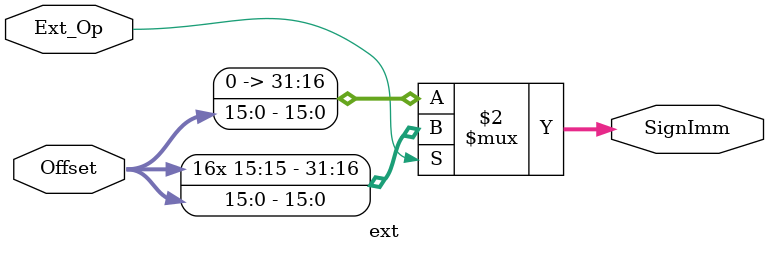
<source format=v>
`timescale 1ns / 1ps
module ext(
    input [15:0] Offset,
    input Ext_Op,
    output [31:0] SignImm
    );

    assign SignImm = (Ext_Op == 0) ? {16'b0,Offset[15:0]} : {{16{Offset[15]}},Offset[15:0]};

endmodule

</source>
